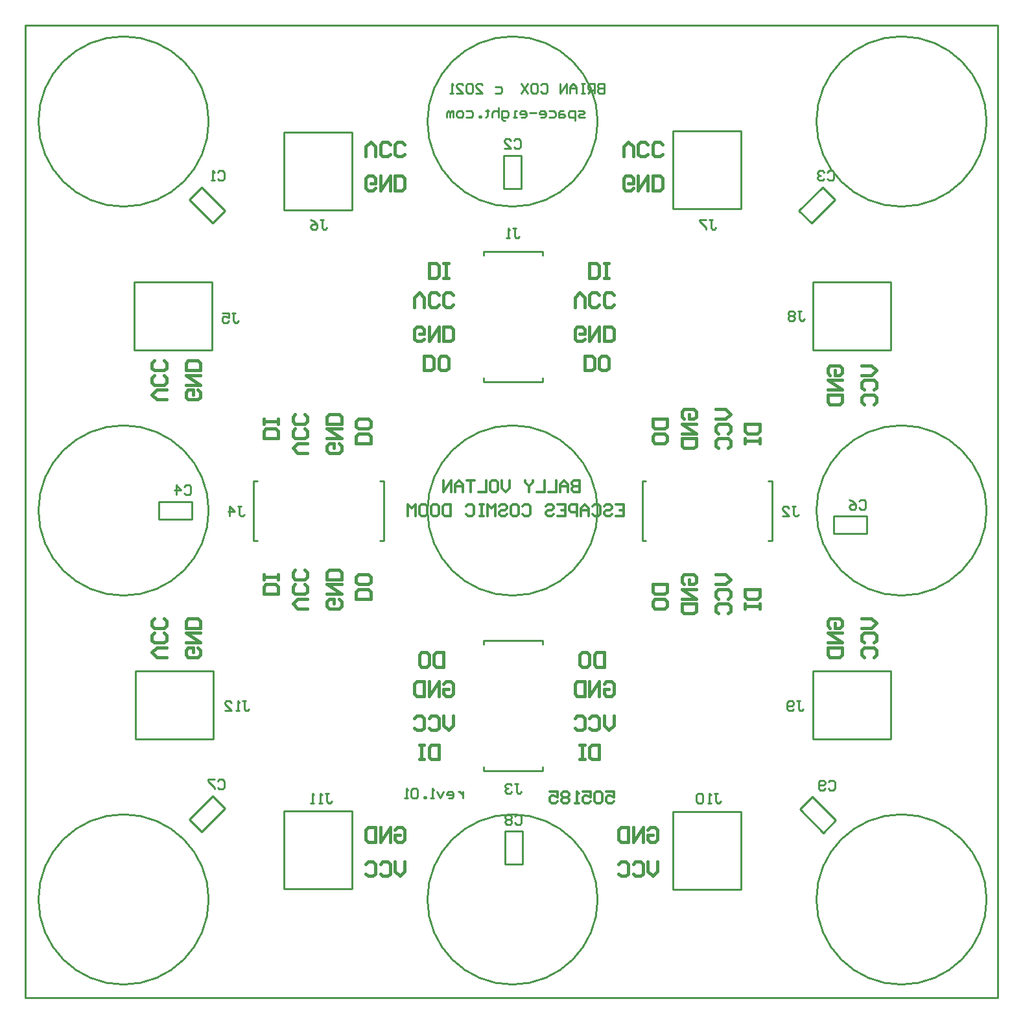
<source format=gbo>
%FSLAX25Y25*%
%MOIN*%
G70*
G01*
G75*
G04 Layer_Color=33789*
%ADD10P,0.08352X4X333.0*%
%ADD11P,0.08352X4X261.0*%
%ADD12P,0.08352X4X189.0*%
%ADD13P,0.08352X4X117.0*%
%ADD14R,0.05906X0.05906*%
%ADD15C,0.02500*%
%ADD16C,0.10000*%
%ADD17C,0.05000*%
%ADD18C,0.12500*%
%ADD19R,0.12500X0.12500*%
%ADD20R,0.12500X0.12500*%
%ADD21C,0.16500*%
%ADD22C,0.04000*%
%ADD23R,0.17716X0.12205*%
%ADD24R,0.12205X0.17716*%
G04:AMPARAMS|DCode=25|XSize=80mil|YSize=50mil|CornerRadius=0mil|HoleSize=0mil|Usage=FLASHONLY|Rotation=45.000|XOffset=0mil|YOffset=0mil|HoleType=Round|Shape=Rectangle|*
%AMROTATEDRECTD25*
4,1,4,-0.01061,-0.04596,-0.04596,-0.01061,0.01061,0.04596,0.04596,0.01061,-0.01061,-0.04596,0.0*
%
%ADD25ROTATEDRECTD25*%

%ADD26R,0.08000X0.05000*%
G04:AMPARAMS|DCode=27|XSize=80mil|YSize=50mil|CornerRadius=0mil|HoleSize=0mil|Usage=FLASHONLY|Rotation=315.000|XOffset=0mil|YOffset=0mil|HoleType=Round|Shape=Rectangle|*
%AMROTATEDRECTD27*
4,1,4,-0.04596,0.01061,-0.01061,0.04596,0.04596,-0.01061,0.01061,-0.04596,-0.04596,0.01061,0.0*
%
%ADD27ROTATEDRECTD27*%

%ADD28R,0.05000X0.08000*%
%ADD29C,0.01000*%
%ADD30C,0.01200*%
%ADD31C,0.01500*%
D29*
X394250Y350500D02*
G03*
X394250Y350500I-43750J0D01*
G01*
Y550500D02*
G03*
X394250Y550500I-43750J0D01*
G01*
Y750500D02*
G03*
X394250Y750500I-43750J0D01*
G01*
X594250Y350500D02*
G03*
X594250Y350500I-43750J0D01*
G01*
Y550500D02*
G03*
X594250Y550500I-43750J0D01*
G01*
Y750500D02*
G03*
X594250Y750500I-43750J0D01*
G01*
X794250Y350500D02*
G03*
X794250Y350500I-43750J0D01*
G01*
Y550500D02*
G03*
X794250Y550500I-43750J0D01*
G01*
Y750500D02*
G03*
X794250Y750500I-43750J0D01*
G01*
X705000Y633000D02*
Y650500D01*
X745000Y633000D02*
Y650500D01*
X705000Y668000D02*
X745000D01*
Y650500D02*
Y668000D01*
X705000Y633000D02*
X745000D01*
X705000Y650500D02*
Y668000D01*
X650500Y705500D02*
X668000D01*
X650500Y745500D02*
X668000D01*
X633000Y705500D02*
Y745500D01*
X650500D01*
X668000Y705500D02*
Y745500D01*
X633000Y705500D02*
X650500D01*
X450500Y705000D02*
X468000D01*
X450500Y745000D02*
X468000D01*
X433000Y705000D02*
Y745000D01*
X450500D01*
X468000Y705000D02*
Y745000D01*
X433000Y705000D02*
X450500D01*
X396000Y650500D02*
Y668000D01*
X356000Y650500D02*
Y668000D01*
Y633000D02*
X396000D01*
X356000D02*
Y650500D01*
Y668000D02*
X396000D01*
Y633000D02*
Y650500D01*
X566059Y616661D02*
Y618630D01*
X535547Y616661D02*
X566059D01*
X535547D02*
Y618630D01*
X566059Y681622D02*
Y683591D01*
X535547D02*
X566059D01*
X535547Y681622D02*
Y683591D01*
X617161Y535047D02*
X619130D01*
X617161D02*
Y565559D01*
X619130D01*
X682122Y535047D02*
X684091D01*
Y565559D01*
X682122D02*
X684091D01*
X566059Y416661D02*
Y418630D01*
X535547Y416661D02*
X566059D01*
X535547D02*
Y418630D01*
X566059Y481622D02*
Y483591D01*
X535547D02*
X566059D01*
X535547Y481622D02*
Y483591D01*
X417410Y535047D02*
X419378D01*
X417410D02*
Y565559D01*
X419378D01*
X482370Y535047D02*
X484339D01*
Y565559D01*
X482370D02*
X484339D01*
X396500Y433000D02*
Y450500D01*
X356500Y468000D02*
X396500D01*
X356500Y433000D02*
Y450500D01*
Y433000D02*
X396500D01*
X356500Y450500D02*
Y468000D01*
X396500Y450500D02*
Y468000D01*
X450500Y396000D02*
X468000D01*
X433000Y356000D02*
Y396000D01*
X450500Y356000D02*
X468000D01*
Y396000D01*
X433000Y356000D02*
X450500D01*
X433000Y396000D02*
X450500D01*
X650500Y395500D02*
X668000D01*
X633000Y355500D02*
Y395500D01*
X650500Y355500D02*
X668000D01*
Y395500D01*
X633000Y355500D02*
X650500D01*
X633000Y395500D02*
X650500D01*
X705000Y450500D02*
Y468000D01*
Y433000D02*
X745000D01*
Y450500D02*
Y468000D01*
X705000D02*
X745000D01*
Y433000D02*
Y450500D01*
X705000Y433000D02*
Y450500D01*
X710328Y384785D02*
X716715Y391172D01*
X704672Y403215D02*
X716715Y391172D01*
X698285Y396828D02*
X704672Y403215D01*
X698285Y396828D02*
X710328Y384785D01*
X546484Y368484D02*
X555516D01*
Y385516D01*
X546484D02*
X555516D01*
X546484Y368484D02*
Y385516D01*
X384285Y391672D02*
X390672Y385285D01*
X402715Y397328D01*
X396328Y403715D02*
X402715Y397328D01*
X384285Y391672D02*
X396328Y403715D01*
X732516Y538484D02*
Y547516D01*
X715484D02*
X732516D01*
X715484Y538484D02*
Y547516D01*
Y538484D02*
X732516D01*
X368484Y545984D02*
Y555016D01*
Y545984D02*
X385516D01*
Y555016D01*
X368484D02*
X385516D01*
X709828Y716715D02*
X716215Y710328D01*
X697785Y704672D02*
X709828Y716715D01*
X697785Y704672D02*
X704172Y698285D01*
X716215Y710328D01*
X545984Y733016D02*
X555016D01*
X545984Y715984D02*
Y733016D01*
Y715984D02*
X555016D01*
Y733016D01*
X384285Y710328D02*
X390672Y716715D01*
X384285Y710328D02*
X396328Y698285D01*
X402715Y704672D01*
X390672Y716715D02*
X402715Y704672D01*
X300000Y300000D02*
Y800000D01*
Y300000D02*
X800000D01*
Y800000D01*
X300000D02*
X800000D01*
X541668Y768332D02*
X544167D01*
X545000Y767499D01*
Y765833D01*
X544167Y765000D01*
X541668D01*
X531671D02*
X535003D01*
X531671Y768332D01*
Y769165D01*
X532504Y769998D01*
X534170D01*
X535003Y769165D01*
X530005D02*
X529172Y769998D01*
X527506D01*
X526673Y769165D01*
Y765833D01*
X527506Y765000D01*
X529172D01*
X530005Y765833D01*
Y769165D01*
X521674Y765000D02*
X525006D01*
X521674Y768332D01*
Y769165D01*
X522507Y769998D01*
X524173D01*
X525006Y769165D01*
X520008Y765000D02*
X518342D01*
X519175D01*
Y769998D01*
X520008Y769165D01*
X597500Y769998D02*
Y765000D01*
X595001D01*
X594168Y765833D01*
Y766666D01*
X595001Y767499D01*
X597500D01*
X595001D01*
X594168Y768332D01*
Y769165D01*
X595001Y769998D01*
X597500D01*
X592502Y765000D02*
Y769998D01*
X590002D01*
X589169Y769165D01*
Y767499D01*
X590002Y766666D01*
X592502D01*
X590836D02*
X589169Y765000D01*
X587503Y769998D02*
X585837D01*
X586670D01*
Y765000D01*
X587503D01*
X585837D01*
X583338D02*
Y768332D01*
X581672Y769998D01*
X580006Y768332D01*
Y765000D01*
Y767499D01*
X583338D01*
X578339Y765000D02*
Y769998D01*
X575007Y765000D01*
Y769998D01*
X565010Y769165D02*
X565844Y769998D01*
X567510D01*
X568343Y769165D01*
Y765833D01*
X567510Y765000D01*
X565844D01*
X565010Y765833D01*
X560845Y769998D02*
X562511D01*
X563344Y769165D01*
Y765833D01*
X562511Y765000D01*
X560845D01*
X560012Y765833D01*
Y769165D01*
X560845Y769998D01*
X558346D02*
X555014Y765000D01*
Y769998D02*
X558346Y765000D01*
X525000Y405832D02*
Y402500D01*
Y404166D01*
X524167Y404999D01*
X523334Y405832D01*
X522501D01*
X517502Y402500D02*
X519169D01*
X520002Y403333D01*
Y404999D01*
X519169Y405832D01*
X517502D01*
X516669Y404999D01*
Y404166D01*
X520002D01*
X515003Y405832D02*
X513337Y402500D01*
X511671Y405832D01*
X510005Y402500D02*
X508339D01*
X509172D01*
Y407498D01*
X510005Y406665D01*
X505839Y402500D02*
Y403333D01*
X505007D01*
Y402500D01*
X505839D01*
X501674Y406665D02*
X500841Y407498D01*
X499175D01*
X498342Y406665D01*
Y403333D01*
X499175Y402500D01*
X500841D01*
X501674Y403333D01*
Y406665D01*
X496676Y402500D02*
X495010D01*
X495843D01*
Y407498D01*
X496676Y406665D01*
X587500Y752500D02*
X585001D01*
X584168Y753333D01*
X585001Y754166D01*
X586667D01*
X587500Y754999D01*
X586667Y755832D01*
X584168D01*
X582502Y750834D02*
Y755832D01*
X580002D01*
X579169Y754999D01*
Y753333D01*
X580002Y752500D01*
X582502D01*
X576670Y755832D02*
X575004D01*
X574171Y754999D01*
Y752500D01*
X576670D01*
X577503Y753333D01*
X576670Y754166D01*
X574171D01*
X569173Y755832D02*
X571672D01*
X572505Y754999D01*
Y753333D01*
X571672Y752500D01*
X569173D01*
X565007D02*
X566673D01*
X567507Y753333D01*
Y754999D01*
X566673Y755832D01*
X565007D01*
X564174Y754999D01*
Y754166D01*
X567507D01*
X562508Y754999D02*
X559176D01*
X555011Y752500D02*
X556677D01*
X557510Y753333D01*
Y754999D01*
X556677Y755832D01*
X555011D01*
X554178Y754999D01*
Y754166D01*
X557510D01*
X552511Y752500D02*
X550845D01*
X551678D01*
Y755832D01*
X552511D01*
X546680Y750834D02*
X545847D01*
X545014Y751667D01*
Y755832D01*
X547513D01*
X548346Y754999D01*
Y753333D01*
X547513Y752500D01*
X545014D01*
X543348Y757498D02*
Y752500D01*
Y754999D01*
X542515Y755832D01*
X540848D01*
X540015Y754999D01*
Y752500D01*
X537516Y756665D02*
Y755832D01*
X538349D01*
X536683D01*
X537516D01*
Y753333D01*
X536683Y752500D01*
X534184D02*
Y753333D01*
X533351D01*
Y752500D01*
X534184D01*
X526686Y755832D02*
X529186D01*
X530019Y754999D01*
Y753333D01*
X529186Y752500D01*
X526686D01*
X524187D02*
X522521D01*
X521688Y753333D01*
Y754999D01*
X522521Y755832D01*
X524187D01*
X525020Y754999D01*
Y753333D01*
X524187Y752500D01*
X520022D02*
Y755832D01*
X519189D01*
X518356Y754999D01*
Y752500D01*
Y754999D01*
X517523Y755832D01*
X516690Y754999D01*
Y752500D01*
X398868Y724365D02*
X399701Y725198D01*
X401367D01*
X402200Y724365D01*
Y721033D01*
X401367Y720200D01*
X399701D01*
X398868Y721033D01*
X397202Y720200D02*
X395535D01*
X396369D01*
Y725198D01*
X397202Y724365D01*
X551168Y740665D02*
X552001Y741498D01*
X553667D01*
X554500Y740665D01*
Y737333D01*
X553667Y736500D01*
X552001D01*
X551168Y737333D01*
X546169Y736500D02*
X549502D01*
X546169Y739832D01*
Y740665D01*
X547003Y741498D01*
X548669D01*
X549502Y740665D01*
X712368Y724365D02*
X713201Y725198D01*
X714867D01*
X715700Y724365D01*
Y721033D01*
X714867Y720200D01*
X713201D01*
X712368Y721033D01*
X710702Y724365D02*
X709869Y725198D01*
X708202D01*
X707369Y724365D01*
Y723532D01*
X708202Y722699D01*
X709035D01*
X708202D01*
X707369Y721866D01*
Y721033D01*
X708202Y720200D01*
X709869D01*
X710702Y721033D01*
X381668Y562665D02*
X382501Y563498D01*
X384167D01*
X385000Y562665D01*
Y559333D01*
X384167Y558500D01*
X382501D01*
X381668Y559333D01*
X377502Y558500D02*
Y563498D01*
X380002Y560999D01*
X376669D01*
X728668Y555165D02*
X729501Y555998D01*
X731167D01*
X732000Y555165D01*
Y551833D01*
X731167Y551000D01*
X729501D01*
X728668Y551833D01*
X723669Y555998D02*
X725336Y555165D01*
X727002Y553499D01*
Y551833D01*
X726169Y551000D01*
X724502D01*
X723669Y551833D01*
Y552666D01*
X724502Y553499D01*
X727002D01*
X398868Y411365D02*
X399701Y412198D01*
X401367D01*
X402200Y411365D01*
Y408033D01*
X401367Y407200D01*
X399701D01*
X398868Y408033D01*
X397202Y412198D02*
X393869D01*
Y411365D01*
X397202Y408033D01*
Y407200D01*
X551668Y393165D02*
X552501Y393998D01*
X554167D01*
X555000Y393165D01*
Y389833D01*
X554167Y389000D01*
X552501D01*
X551668Y389833D01*
X550002Y393165D02*
X549169Y393998D01*
X547502D01*
X546669Y393165D01*
Y392332D01*
X547502Y391499D01*
X546669Y390666D01*
Y389833D01*
X547502Y389000D01*
X549169D01*
X550002Y389833D01*
Y390666D01*
X549169Y391499D01*
X550002Y392332D01*
Y393165D01*
X549169Y391499D02*
X547502D01*
X712868Y410865D02*
X713701Y411698D01*
X715367D01*
X716200Y410865D01*
Y407533D01*
X715367Y406700D01*
X713701D01*
X712868Y407533D01*
X711202D02*
X710369Y406700D01*
X708702D01*
X707869Y407533D01*
Y410865D01*
X708702Y411698D01*
X710369D01*
X711202Y410865D01*
Y410032D01*
X710369Y409199D01*
X707869D01*
X406168Y651998D02*
X407834D01*
X407001D01*
Y647833D01*
X407834Y647000D01*
X408667D01*
X409500Y647833D01*
X401169Y651998D02*
X404502D01*
Y649499D01*
X402836Y650332D01*
X402002D01*
X401169Y649499D01*
Y647833D01*
X402002Y647000D01*
X403669D01*
X404502Y647833D01*
X451668Y699998D02*
X453334D01*
X452501D01*
Y695833D01*
X453334Y695000D01*
X454167D01*
X455000Y695833D01*
X446669Y699998D02*
X448336Y699165D01*
X450002Y697499D01*
Y695833D01*
X449169Y695000D01*
X447502D01*
X446669Y695833D01*
Y696666D01*
X447502Y697499D01*
X450002D01*
X651668Y699998D02*
X653334D01*
X652501D01*
Y695833D01*
X653334Y695000D01*
X654167D01*
X655000Y695833D01*
X650002Y699998D02*
X646669D01*
Y699165D01*
X650002Y695833D01*
Y695000D01*
X697168Y652998D02*
X698834D01*
X698001D01*
Y648833D01*
X698834Y648000D01*
X699667D01*
X700500Y648833D01*
X695502Y652165D02*
X694669Y652998D01*
X693002D01*
X692169Y652165D01*
Y651332D01*
X693002Y650499D01*
X692169Y649666D01*
Y648833D01*
X693002Y648000D01*
X694669D01*
X695502Y648833D01*
Y649666D01*
X694669Y650499D01*
X695502Y651332D01*
Y652165D01*
X694669Y650499D02*
X693002D01*
X694168Y552498D02*
X695834D01*
X695001D01*
Y548333D01*
X695834Y547500D01*
X696667D01*
X697500Y548333D01*
X689169Y547500D02*
X692502D01*
X689169Y550832D01*
Y551665D01*
X690002Y552498D01*
X691669D01*
X692502Y551665D01*
X550774Y695498D02*
X552440D01*
X551607D01*
Y691333D01*
X552440Y690500D01*
X553273D01*
X554106Y691333D01*
X549108Y690500D02*
X547442D01*
X548275D01*
Y695498D01*
X549108Y694665D01*
X551668Y409998D02*
X553334D01*
X552501D01*
Y405833D01*
X553334Y405000D01*
X554167D01*
X555000Y405833D01*
X550002Y409165D02*
X549169Y409998D01*
X547502D01*
X546669Y409165D01*
Y408332D01*
X547502Y407499D01*
X548336D01*
X547502D01*
X546669Y406666D01*
Y405833D01*
X547502Y405000D01*
X549169D01*
X550002Y405833D01*
X409168Y552498D02*
X410834D01*
X410001D01*
Y548333D01*
X410834Y547500D01*
X411667D01*
X412500Y548333D01*
X405002Y547500D02*
Y552498D01*
X407502Y549999D01*
X404169D01*
X696668Y452498D02*
X698334D01*
X697501D01*
Y448333D01*
X698334Y447500D01*
X699167D01*
X700000Y448333D01*
X695002D02*
X694169Y447500D01*
X692502D01*
X691669Y448333D01*
Y451665D01*
X692502Y452498D01*
X694169D01*
X695002Y451665D01*
Y450832D01*
X694169Y449999D01*
X691669D01*
X654168Y404998D02*
X655834D01*
X655001D01*
Y400833D01*
X655834Y400000D01*
X656667D01*
X657500Y400833D01*
X652502Y400000D02*
X650836D01*
X651669D01*
Y404998D01*
X652502Y404165D01*
X648336D02*
X647503Y404998D01*
X645837D01*
X645004Y404165D01*
Y400833D01*
X645837Y400000D01*
X647503D01*
X648336Y400833D01*
Y404165D01*
X454168Y404998D02*
X455834D01*
X455001D01*
Y400833D01*
X455834Y400000D01*
X456667D01*
X457500Y400833D01*
X452502Y400000D02*
X450836D01*
X451669D01*
Y404998D01*
X452502Y404165D01*
X448336Y400000D02*
X446670D01*
X447503D01*
Y404998D01*
X448336Y404165D01*
X411668Y452498D02*
X413334D01*
X412501D01*
Y448333D01*
X413334Y447500D01*
X414167D01*
X415000Y448333D01*
X410002Y447500D02*
X408335D01*
X409169D01*
Y452498D01*
X410002Y451665D01*
X402504Y447500D02*
X405836D01*
X402504Y450832D01*
Y451665D01*
X403337Y452498D01*
X405003D01*
X405836Y451665D01*
D30*
X603501Y553498D02*
X607500D01*
Y547500D01*
X603501D01*
X607500Y550499D02*
X605501D01*
X597503Y552498D02*
X598503Y553498D01*
X600502D01*
X601502Y552498D01*
Y551499D01*
X600502Y550499D01*
X598503D01*
X597503Y549499D01*
Y548500D01*
X598503Y547500D01*
X600502D01*
X601502Y548500D01*
X591505Y552498D02*
X592505Y553498D01*
X594504D01*
X595504Y552498D01*
Y548500D01*
X594504Y547500D01*
X592505D01*
X591505Y548500D01*
X589506Y547500D02*
Y551499D01*
X587506Y553498D01*
X585507Y551499D01*
Y547500D01*
Y550499D01*
X589506D01*
X583508Y547500D02*
Y553498D01*
X580509D01*
X579509Y552498D01*
Y550499D01*
X580509Y549499D01*
X583508D01*
X573511Y553498D02*
X577510D01*
Y547500D01*
X573511D01*
X577510Y550499D02*
X575510D01*
X567513Y552498D02*
X568513Y553498D01*
X570512D01*
X571512Y552498D01*
Y551499D01*
X570512Y550499D01*
X568513D01*
X567513Y549499D01*
Y548500D01*
X568513Y547500D01*
X570512D01*
X571512Y548500D01*
X555517Y552498D02*
X556517Y553498D01*
X558516D01*
X559515Y552498D01*
Y548500D01*
X558516Y547500D01*
X556517D01*
X555517Y548500D01*
X550518Y553498D02*
X552518D01*
X553517Y552498D01*
Y548500D01*
X552518Y547500D01*
X550518D01*
X549519Y548500D01*
Y552498D01*
X550518Y553498D01*
X543521Y552498D02*
X544520Y553498D01*
X546520D01*
X547519Y552498D01*
Y551499D01*
X546520Y550499D01*
X544520D01*
X543521Y549499D01*
Y548500D01*
X544520Y547500D01*
X546520D01*
X547519Y548500D01*
X541521Y547500D02*
Y553498D01*
X539522Y551499D01*
X537523Y553498D01*
Y547500D01*
X535523Y553498D02*
X533524D01*
X534524D01*
Y547500D01*
X535523D01*
X533524D01*
X526526Y552498D02*
X527526Y553498D01*
X529525D01*
X530525Y552498D01*
Y548500D01*
X529525Y547500D01*
X527526D01*
X526526Y548500D01*
X518529Y553498D02*
Y547500D01*
X515530D01*
X514530Y548500D01*
Y552498D01*
X515530Y553498D01*
X518529D01*
X509532D02*
X511531D01*
X512531Y552498D01*
Y548500D01*
X511531Y547500D01*
X509532D01*
X508532Y548500D01*
Y552498D01*
X509532Y553498D01*
X503534D02*
X505533D01*
X506533Y552498D01*
Y548500D01*
X505533Y547500D01*
X503534D01*
X502534Y548500D01*
Y552498D01*
X503534Y553498D01*
X500535Y547500D02*
Y553498D01*
X498535Y551499D01*
X496536Y553498D01*
Y547500D01*
X585000Y565998D02*
Y560000D01*
X582001D01*
X581001Y561000D01*
Y561999D01*
X582001Y562999D01*
X585000D01*
X582001D01*
X581001Y563999D01*
Y564998D01*
X582001Y565998D01*
X585000D01*
X579002Y560000D02*
Y563999D01*
X577003Y565998D01*
X575003Y563999D01*
Y560000D01*
Y562999D01*
X579002D01*
X573004Y565998D02*
Y560000D01*
X569005D01*
X567006Y565998D02*
Y560000D01*
X563007D01*
X561008Y565998D02*
Y564998D01*
X559008Y562999D01*
X557009Y564998D01*
Y565998D01*
X559008Y562999D02*
Y560000D01*
X549012Y565998D02*
Y561999D01*
X547012Y560000D01*
X545013Y561999D01*
Y565998D01*
X540015D02*
X542014D01*
X543014Y564998D01*
Y561000D01*
X542014Y560000D01*
X540015D01*
X539015Y561000D01*
Y564998D01*
X540015Y565998D01*
X537015D02*
Y560000D01*
X533017D01*
X531017Y565998D02*
X527019D01*
X529018D01*
Y560000D01*
X525019D02*
Y563999D01*
X523020Y565998D01*
X521021Y563999D01*
Y560000D01*
Y562999D01*
X525019D01*
X519021Y560000D02*
Y565998D01*
X515023Y560000D01*
Y565998D01*
X598501Y405998D02*
X602500D01*
Y402999D01*
X600501Y403999D01*
X599501D01*
X598501Y402999D01*
Y401000D01*
X599501Y400000D01*
X601500D01*
X602500Y401000D01*
X596502Y404998D02*
X595502Y405998D01*
X593503D01*
X592503Y404998D01*
Y401000D01*
X593503Y400000D01*
X595502D01*
X596502Y401000D01*
Y404998D01*
X586505Y405998D02*
X590504D01*
Y402999D01*
X588505Y403999D01*
X587505D01*
X586505Y402999D01*
Y401000D01*
X587505Y400000D01*
X589504D01*
X590504Y401000D01*
X584506Y400000D02*
X582507D01*
X583506D01*
Y405998D01*
X584506Y404998D01*
X579507D02*
X578508Y405998D01*
X576508D01*
X575509Y404998D01*
Y403999D01*
X576508Y402999D01*
X575509Y401999D01*
Y401000D01*
X576508Y400000D01*
X578508D01*
X579507Y401000D01*
Y401999D01*
X578508Y402999D01*
X579507Y403999D01*
Y404998D01*
X578508Y402999D02*
X576508D01*
X569511Y405998D02*
X573509D01*
Y402999D01*
X571510Y403999D01*
X570510D01*
X569511Y402999D01*
Y401000D01*
X570510Y400000D01*
X572510D01*
X573509Y401000D01*
D31*
X479998Y716252D02*
X478749Y715002D01*
X476250D01*
X475000Y716252D01*
Y721250D01*
X476250Y722500D01*
X478749D01*
X479998Y721250D01*
Y718751D01*
X477499D01*
X482498Y722500D02*
Y715002D01*
X487496Y722500D01*
Y715002D01*
X489995D02*
Y722500D01*
X493744D01*
X494993Y721250D01*
Y716252D01*
X493744Y715002D01*
X489995D01*
X475000Y732502D02*
Y737501D01*
X477499Y740000D01*
X479998Y737501D01*
Y732502D01*
X487496Y733752D02*
X486246Y732502D01*
X483747D01*
X482498Y733752D01*
Y738750D01*
X483747Y740000D01*
X486246D01*
X487496Y738750D01*
X494993Y733752D02*
X493744Y732502D01*
X491245D01*
X489995Y733752D01*
Y738750D01*
X491245Y740000D01*
X493744D01*
X494993Y738750D01*
X612498Y716252D02*
X611249Y715002D01*
X608750D01*
X607500Y716252D01*
Y721250D01*
X608750Y722500D01*
X611249D01*
X612498Y721250D01*
Y718751D01*
X609999D01*
X614998Y722500D02*
Y715002D01*
X619996Y722500D01*
Y715002D01*
X622495D02*
Y722500D01*
X626244D01*
X627493Y721250D01*
Y716252D01*
X626244Y715002D01*
X622495D01*
X607500Y732502D02*
Y737501D01*
X609999Y740000D01*
X612498Y737501D01*
Y732502D01*
X619996Y733752D02*
X618746Y732502D01*
X616247D01*
X614998Y733752D01*
Y738750D01*
X616247Y740000D01*
X618746D01*
X619996Y738750D01*
X627493Y733752D02*
X626244Y732502D01*
X623745D01*
X622495Y733752D01*
Y738750D01*
X623745Y740000D01*
X626244D01*
X627493Y738750D01*
X713752Y620002D02*
X712502Y621251D01*
Y623750D01*
X713752Y625000D01*
X718750D01*
X720000Y623750D01*
Y621251D01*
X718750Y620002D01*
X716251D01*
Y622501D01*
X720000Y617502D02*
X712502D01*
X720000Y612504D01*
X712502D01*
Y610005D02*
X720000D01*
Y606256D01*
X718750Y605007D01*
X713752D01*
X712502Y606256D01*
Y610005D01*
X730002Y625000D02*
X735001D01*
X737500Y622501D01*
X735001Y620002D01*
X730002D01*
X731252Y612504D02*
X730002Y613754D01*
Y616253D01*
X731252Y617502D01*
X736250D01*
X737500Y616253D01*
Y613754D01*
X736250Y612504D01*
X731252Y605007D02*
X730002Y606256D01*
Y608755D01*
X731252Y610005D01*
X736250D01*
X737500Y608755D01*
Y606256D01*
X736250Y605007D01*
X713752Y490002D02*
X712502Y491251D01*
Y493750D01*
X713752Y495000D01*
X718750D01*
X720000Y493750D01*
Y491251D01*
X718750Y490002D01*
X716251D01*
Y492501D01*
X720000Y487502D02*
X712502D01*
X720000Y482504D01*
X712502D01*
Y480005D02*
X720000D01*
Y476256D01*
X718750Y475006D01*
X713752D01*
X712502Y476256D01*
Y480005D01*
X730002Y495000D02*
X735001D01*
X737500Y492501D01*
X735001Y490002D01*
X730002D01*
X731252Y482504D02*
X730002Y483754D01*
Y486253D01*
X731252Y487502D01*
X736250D01*
X737500Y486253D01*
Y483754D01*
X736250Y482504D01*
X731252Y475006D02*
X730002Y476256D01*
Y478755D01*
X731252Y480005D01*
X736250D01*
X737500Y478755D01*
Y476256D01*
X736250Y475006D01*
X620002Y386248D02*
X621251Y387498D01*
X623750D01*
X625000Y386248D01*
Y381250D01*
X623750Y380000D01*
X621251D01*
X620002Y381250D01*
Y383749D01*
X622501D01*
X617502Y380000D02*
Y387498D01*
X612504Y380000D01*
Y387498D01*
X610005D02*
Y380000D01*
X606256D01*
X605007Y381250D01*
Y386248D01*
X606256Y387498D01*
X610005D01*
X625000Y369998D02*
Y364999D01*
X622501Y362500D01*
X620002Y364999D01*
Y369998D01*
X612504Y368748D02*
X613754Y369998D01*
X616253D01*
X617502Y368748D01*
Y363750D01*
X616253Y362500D01*
X613754D01*
X612504Y363750D01*
X605007Y368748D02*
X606256Y369998D01*
X608755D01*
X610005Y368748D01*
Y363750D01*
X608755Y362500D01*
X606256D01*
X605007Y363750D01*
X490002Y386248D02*
X491251Y387498D01*
X493750D01*
X495000Y386248D01*
Y381250D01*
X493750Y380000D01*
X491251D01*
X490002Y381250D01*
Y383749D01*
X492501D01*
X487502Y380000D02*
Y387498D01*
X482504Y380000D01*
Y387498D01*
X480005D02*
Y380000D01*
X476256D01*
X475006Y381250D01*
Y386248D01*
X476256Y387498D01*
X480005D01*
X495000Y369998D02*
Y364999D01*
X492501Y362500D01*
X490002Y364999D01*
Y369998D01*
X482504Y368748D02*
X483754Y369998D01*
X486253D01*
X487502Y368748D01*
Y363750D01*
X486253Y362500D01*
X483754D01*
X482504Y363750D01*
X475006Y368748D02*
X476256Y369998D01*
X478755D01*
X480005Y368748D01*
Y363750D01*
X478755Y362500D01*
X476256D01*
X475006Y363750D01*
X388748Y479998D02*
X389998Y478749D01*
Y476250D01*
X388748Y475000D01*
X383750D01*
X382500Y476250D01*
Y478749D01*
X383750Y479998D01*
X386249D01*
Y477499D01*
X382500Y482498D02*
X389998D01*
X382500Y487496D01*
X389998D01*
Y489995D02*
X382500D01*
Y493744D01*
X383750Y494993D01*
X388748D01*
X389998Y493744D01*
Y489995D01*
X372498Y475000D02*
X367499D01*
X365000Y477499D01*
X367499Y479998D01*
X372498D01*
X371248Y487496D02*
X372498Y486246D01*
Y483747D01*
X371248Y482498D01*
X366250D01*
X365000Y483747D01*
Y486246D01*
X366250Y487496D01*
X371248Y494993D02*
X372498Y493744D01*
Y491245D01*
X371248Y489995D01*
X366250D01*
X365000Y491245D01*
Y493744D01*
X366250Y494993D01*
X388748Y612498D02*
X389998Y611249D01*
Y608750D01*
X388748Y607500D01*
X383750D01*
X382500Y608750D01*
Y611249D01*
X383750Y612498D01*
X386249D01*
Y609999D01*
X382500Y614998D02*
X389998D01*
X382500Y619996D01*
X389998D01*
Y622495D02*
X382500D01*
Y626244D01*
X383750Y627493D01*
X388748D01*
X389998Y626244D01*
Y622495D01*
X372498Y607500D02*
X367499D01*
X365000Y609999D01*
X367499Y612498D01*
X372498D01*
X371248Y619996D02*
X372498Y618746D01*
Y616247D01*
X371248Y614998D01*
X366250D01*
X365000Y616247D01*
Y618746D01*
X366250Y619996D01*
X371248Y627493D02*
X372498Y626244D01*
Y623745D01*
X371248Y622495D01*
X366250D01*
X365000Y623745D01*
Y626244D01*
X366250Y627493D01*
X622502Y512500D02*
X630000D01*
Y508751D01*
X628750Y507502D01*
X623752D01*
X622502Y508751D01*
Y512500D01*
Y501254D02*
Y503753D01*
X623752Y505002D01*
X628750D01*
X630000Y503753D01*
Y501254D01*
X628750Y500004D01*
X623752D01*
X622502Y501254D01*
X655002Y517500D02*
X660001D01*
X662500Y515001D01*
X660001Y512502D01*
X655002D01*
X656252Y505004D02*
X655002Y506254D01*
Y508753D01*
X656252Y510002D01*
X661250D01*
X662500Y508753D01*
Y506254D01*
X661250Y505004D01*
X656252Y497507D02*
X655002Y498756D01*
Y501255D01*
X656252Y502505D01*
X661250D01*
X662500Y501255D01*
Y498756D01*
X661250Y497507D01*
X638752Y512502D02*
X637502Y513751D01*
Y516250D01*
X638752Y517500D01*
X643750D01*
X645000Y516250D01*
Y513751D01*
X643750Y512502D01*
X641251D01*
Y515001D01*
X645000Y510002D02*
X637502D01*
X645000Y505004D01*
X637502D01*
Y502505D02*
X645000D01*
Y498756D01*
X643750Y497507D01*
X638752D01*
X637502Y498756D01*
Y502505D01*
X670002Y510000D02*
X677500D01*
Y506251D01*
X676250Y505002D01*
X671252D01*
X670002Y506251D01*
Y510000D01*
Y502502D02*
Y500003D01*
Y501253D01*
X677500D01*
Y502502D01*
Y500003D01*
X622502Y597500D02*
X630000D01*
Y593751D01*
X628750Y592502D01*
X623752D01*
X622502Y593751D01*
Y597500D01*
Y586254D02*
Y588753D01*
X623752Y590002D01*
X628750D01*
X630000Y588753D01*
Y586254D01*
X628750Y585004D01*
X623752D01*
X622502Y586254D01*
X655002Y602500D02*
X660001D01*
X662500Y600001D01*
X660001Y597502D01*
X655002D01*
X656252Y590004D02*
X655002Y591254D01*
Y593753D01*
X656252Y595002D01*
X661250D01*
X662500Y593753D01*
Y591254D01*
X661250Y590004D01*
X656252Y582507D02*
X655002Y583756D01*
Y586255D01*
X656252Y587505D01*
X661250D01*
X662500Y586255D01*
Y583756D01*
X661250Y582507D01*
X638752Y597502D02*
X637502Y598751D01*
Y601250D01*
X638752Y602500D01*
X643750D01*
X645000Y601250D01*
Y598751D01*
X643750Y597502D01*
X641251D01*
Y600001D01*
X645000Y595002D02*
X637502D01*
X645000Y590004D01*
X637502D01*
Y587505D02*
X645000D01*
Y583756D01*
X643750Y582507D01*
X638752D01*
X637502Y583756D01*
Y587505D01*
X670002Y595000D02*
X677500D01*
Y591251D01*
X676250Y590002D01*
X671252D01*
X670002Y591251D01*
Y595000D01*
Y587502D02*
Y585003D01*
Y586253D01*
X677500D01*
Y587502D01*
Y585003D01*
X587500Y622502D02*
Y630000D01*
X591249D01*
X592498Y628750D01*
Y623752D01*
X591249Y622502D01*
X587500D01*
X598746D02*
X596247D01*
X594998Y623752D01*
Y628750D01*
X596247Y630000D01*
X598746D01*
X599996Y628750D01*
Y623752D01*
X598746Y622502D01*
X582500Y655002D02*
Y660001D01*
X584999Y662500D01*
X587498Y660001D01*
Y655002D01*
X594996Y656252D02*
X593746Y655002D01*
X591247D01*
X589998Y656252D01*
Y661250D01*
X591247Y662500D01*
X593746D01*
X594996Y661250D01*
X602493Y656252D02*
X601244Y655002D01*
X598745D01*
X597495Y656252D01*
Y661250D01*
X598745Y662500D01*
X601244D01*
X602493Y661250D01*
X587498Y638752D02*
X586249Y637502D01*
X583750D01*
X582500Y638752D01*
Y643750D01*
X583750Y645000D01*
X586249D01*
X587498Y643750D01*
Y641251D01*
X584999D01*
X589998Y645000D02*
Y637502D01*
X594996Y645000D01*
Y637502D01*
X597495D02*
Y645000D01*
X601244D01*
X602493Y643750D01*
Y638752D01*
X601244Y637502D01*
X597495D01*
X590000Y670002D02*
Y677500D01*
X593749D01*
X594998Y676250D01*
Y671252D01*
X593749Y670002D01*
X590000D01*
X597498D02*
X599997D01*
X598747D01*
Y677500D01*
X597498D01*
X599997D01*
X505000Y622502D02*
Y630000D01*
X508749D01*
X509998Y628750D01*
Y623752D01*
X508749Y622502D01*
X505000D01*
X516246D02*
X513747D01*
X512498Y623752D01*
Y628750D01*
X513747Y630000D01*
X516246D01*
X517496Y628750D01*
Y623752D01*
X516246Y622502D01*
X500000Y655002D02*
Y660001D01*
X502499Y662500D01*
X504998Y660001D01*
Y655002D01*
X512496Y656252D02*
X511246Y655002D01*
X508747D01*
X507498Y656252D01*
Y661250D01*
X508747Y662500D01*
X511246D01*
X512496Y661250D01*
X519993Y656252D02*
X518744Y655002D01*
X516245D01*
X514995Y656252D01*
Y661250D01*
X516245Y662500D01*
X518744D01*
X519993Y661250D01*
X504998Y638752D02*
X503749Y637502D01*
X501250D01*
X500000Y638752D01*
Y643750D01*
X501250Y645000D01*
X503749D01*
X504998Y643750D01*
Y641251D01*
X502499D01*
X507498Y645000D02*
Y637502D01*
X512496Y645000D01*
Y637502D01*
X514995D02*
Y645000D01*
X518744D01*
X519993Y643750D01*
Y638752D01*
X518744Y637502D01*
X514995D01*
X507500Y670002D02*
Y677500D01*
X511249D01*
X512498Y676250D01*
Y671252D01*
X511249Y670002D01*
X507500D01*
X514998D02*
X517497D01*
X516247D01*
Y677500D01*
X514998D01*
X517497D01*
X477498Y585000D02*
X470000D01*
Y588749D01*
X471250Y589998D01*
X476248D01*
X477498Y588749D01*
Y585000D01*
Y596246D02*
Y593747D01*
X476248Y592498D01*
X471250D01*
X470000Y593747D01*
Y596246D01*
X471250Y597496D01*
X476248D01*
X477498Y596246D01*
X444998Y580000D02*
X439999D01*
X437500Y582499D01*
X439999Y584998D01*
X444998D01*
X443748Y592496D02*
X444998Y591246D01*
Y588747D01*
X443748Y587498D01*
X438750D01*
X437500Y588747D01*
Y591246D01*
X438750Y592496D01*
X443748Y599994D02*
X444998Y598744D01*
Y596245D01*
X443748Y594995D01*
X438750D01*
X437500Y596245D01*
Y598744D01*
X438750Y599994D01*
X461248Y584998D02*
X462498Y583749D01*
Y581250D01*
X461248Y580000D01*
X456250D01*
X455000Y581250D01*
Y583749D01*
X456250Y584998D01*
X458749D01*
Y582499D01*
X455000Y587498D02*
X462498D01*
X455000Y592496D01*
X462498D01*
Y594995D02*
X455000D01*
Y598744D01*
X456250Y599994D01*
X461248D01*
X462498Y598744D01*
Y594995D01*
X429998Y587500D02*
X422500D01*
Y591249D01*
X423750Y592498D01*
X428748D01*
X429998Y591249D01*
Y587500D01*
Y594998D02*
Y597497D01*
Y596247D01*
X422500D01*
Y594998D01*
Y597497D01*
X477498Y505000D02*
X470000D01*
Y508749D01*
X471250Y509998D01*
X476248D01*
X477498Y508749D01*
Y505000D01*
Y516246D02*
Y513747D01*
X476248Y512498D01*
X471250D01*
X470000Y513747D01*
Y516246D01*
X471250Y517496D01*
X476248D01*
X477498Y516246D01*
X444998Y500000D02*
X439999D01*
X437500Y502499D01*
X439999Y504998D01*
X444998D01*
X443748Y512496D02*
X444998Y511246D01*
Y508747D01*
X443748Y507498D01*
X438750D01*
X437500Y508747D01*
Y511246D01*
X438750Y512496D01*
X443748Y519993D02*
X444998Y518744D01*
Y516245D01*
X443748Y514995D01*
X438750D01*
X437500Y516245D01*
Y518744D01*
X438750Y519993D01*
X461248Y504998D02*
X462498Y503749D01*
Y501250D01*
X461248Y500000D01*
X456250D01*
X455000Y501250D01*
Y503749D01*
X456250Y504998D01*
X458749D01*
Y502499D01*
X455000Y507498D02*
X462498D01*
X455000Y512496D01*
X462498D01*
Y514995D02*
X455000D01*
Y518744D01*
X456250Y519993D01*
X461248D01*
X462498Y518744D01*
Y514995D01*
X429998Y507500D02*
X422500D01*
Y511249D01*
X423750Y512498D01*
X428748D01*
X429998Y511249D01*
Y507500D01*
Y514998D02*
Y517497D01*
Y516247D01*
X422500D01*
Y514998D01*
Y517497D01*
X515000Y477498D02*
Y470000D01*
X511251D01*
X510002Y471250D01*
Y476248D01*
X511251Y477498D01*
X515000D01*
X503754D02*
X506253D01*
X507502Y476248D01*
Y471250D01*
X506253Y470000D01*
X503754D01*
X502504Y471250D01*
Y476248D01*
X503754Y477498D01*
X520000Y444998D02*
Y439999D01*
X517501Y437500D01*
X515002Y439999D01*
Y444998D01*
X507504Y443748D02*
X508754Y444998D01*
X511253D01*
X512502Y443748D01*
Y438750D01*
X511253Y437500D01*
X508754D01*
X507504Y438750D01*
X500006Y443748D02*
X501256Y444998D01*
X503755D01*
X505005Y443748D01*
Y438750D01*
X503755Y437500D01*
X501256D01*
X500006Y438750D01*
X515002Y461248D02*
X516251Y462498D01*
X518750D01*
X520000Y461248D01*
Y456250D01*
X518750Y455000D01*
X516251D01*
X515002Y456250D01*
Y458749D01*
X517501D01*
X512502Y455000D02*
Y462498D01*
X507504Y455000D01*
Y462498D01*
X505005D02*
Y455000D01*
X501256D01*
X500006Y456250D01*
Y461248D01*
X501256Y462498D01*
X505005D01*
X512500Y429998D02*
Y422500D01*
X508751D01*
X507502Y423750D01*
Y428748D01*
X508751Y429998D01*
X512500D01*
X505002D02*
X502503D01*
X503753D01*
Y422500D01*
X505002D01*
X502503D01*
X595000Y429998D02*
Y422500D01*
X591251D01*
X590002Y423750D01*
Y428748D01*
X591251Y429998D01*
X595000D01*
X587502D02*
X585003D01*
X586253D01*
Y422500D01*
X587502D01*
X585003D01*
X597502Y461248D02*
X598751Y462498D01*
X601250D01*
X602500Y461248D01*
Y456250D01*
X601250Y455000D01*
X598751D01*
X597502Y456250D01*
Y458749D01*
X600001D01*
X595002Y455000D02*
Y462498D01*
X590004Y455000D01*
Y462498D01*
X587505D02*
Y455000D01*
X583756D01*
X582507Y456250D01*
Y461248D01*
X583756Y462498D01*
X587505D01*
X602500Y444998D02*
Y439999D01*
X600001Y437500D01*
X597502Y439999D01*
Y444998D01*
X590004Y443748D02*
X591254Y444998D01*
X593753D01*
X595002Y443748D01*
Y438750D01*
X593753Y437500D01*
X591254D01*
X590004Y438750D01*
X582507Y443748D02*
X583756Y444998D01*
X586255D01*
X587505Y443748D01*
Y438750D01*
X586255Y437500D01*
X583756D01*
X582507Y438750D01*
X597500Y477498D02*
Y470000D01*
X593751D01*
X592502Y471250D01*
Y476248D01*
X593751Y477498D01*
X597500D01*
X586254D02*
X588753D01*
X590002Y476248D01*
Y471250D01*
X588753Y470000D01*
X586254D01*
X585004Y471250D01*
Y476248D01*
X586254Y477498D01*
M02*

</source>
